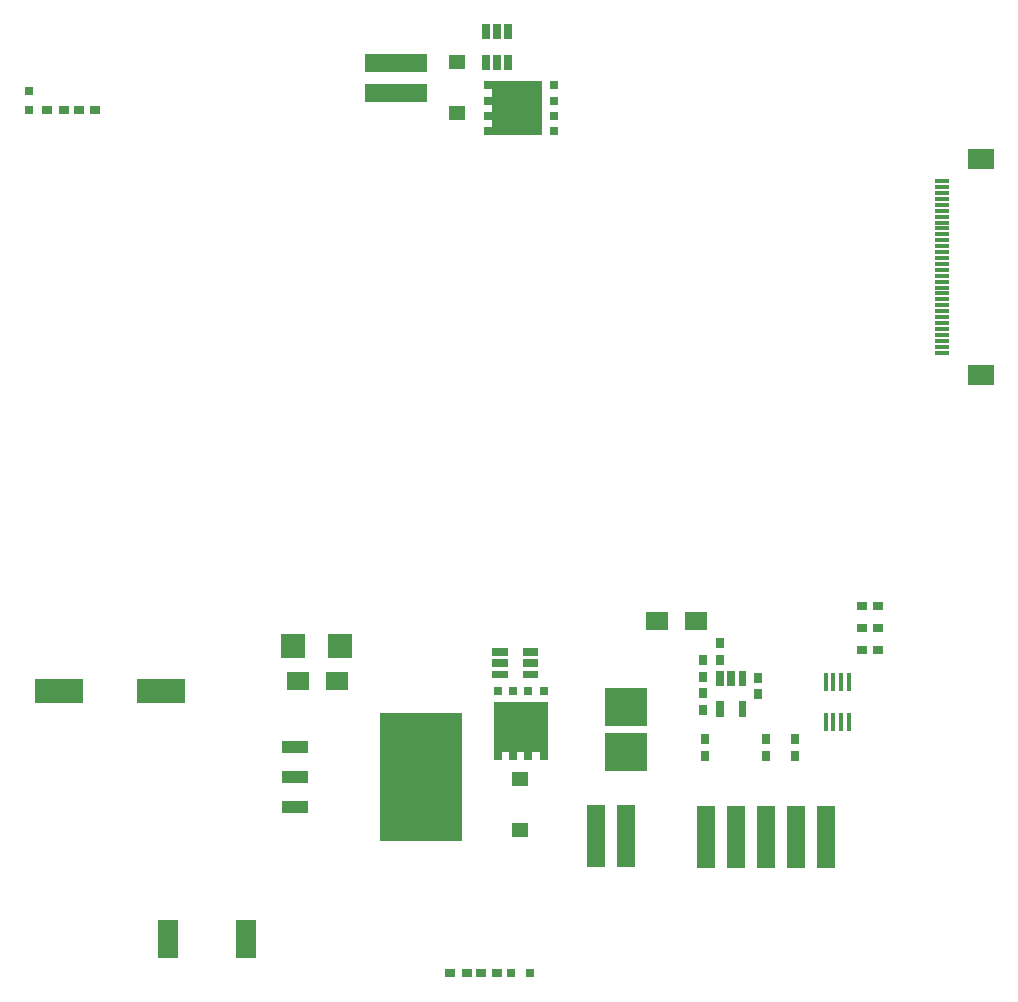
<source format=gbr>
G04 EAGLE Gerber RS-274X export*
G75*
%MOMM*%
%FSLAX34Y34*%
%LPD*%
%INSolderpaste Top*%
%IPPOS*%
%AMOC8*
5,1,8,0,0,1.08239X$1,22.5*%
G01*
%ADD10R,1.778000X3.175000*%
%ADD11R,4.100000X2.000000*%
%ADD12R,1.900000X1.600000*%
%ADD13R,2.000000X2.000000*%
%ADD14R,7.000000X10.800000*%
%ADD15R,2.160000X1.070000*%
%ADD16R,1.650000X5.330000*%
%ADD17R,0.800000X0.900000*%
%ADD18R,0.900000X0.800000*%
%ADD19C,0.050800*%
%ADD20R,3.600000X3.250000*%
%ADD21R,0.650000X0.750000*%
%ADD22R,4.550000X4.300000*%
%ADD23R,0.650000X0.650000*%
%ADD24R,1.470000X1.270000*%
%ADD25R,0.750000X0.650000*%
%ADD26R,4.300000X4.550000*%
%ADD27R,5.330000X1.650000*%
%ADD28R,1.300000X0.300000*%
%ADD29R,2.200000X1.800000*%
%ADD30R,0.300000X1.600000*%
%ADD31R,0.800000X0.800000*%


D10*
X204102Y58020D03*
X138062Y58020D03*
D11*
X45166Y268330D03*
X132166Y268330D03*
D12*
X247590Y276270D03*
X280590Y276270D03*
D13*
X283212Y306384D03*
X243212Y306384D03*
D14*
X351602Y195658D03*
D15*
X244902Y170258D03*
X244902Y221058D03*
X244902Y195658D03*
D16*
X593050Y144750D03*
X618450Y144750D03*
X643850Y144750D03*
X669250Y144750D03*
X694650Y144750D03*
D17*
X592676Y213236D03*
X592676Y227236D03*
X643821Y213236D03*
X643821Y227236D03*
X669058Y213236D03*
X669058Y227236D03*
D18*
X739264Y302512D03*
X725264Y302512D03*
X739010Y339759D03*
X725010Y339759D03*
X739264Y321009D03*
X725264Y321009D03*
D16*
X500058Y145180D03*
X525458Y145180D03*
D19*
X620833Y273214D02*
X620833Y285406D01*
X626675Y285406D01*
X626675Y273214D01*
X620833Y273214D01*
X620833Y273697D02*
X626675Y273697D01*
X626675Y274180D02*
X620833Y274180D01*
X620833Y274663D02*
X626675Y274663D01*
X626675Y275146D02*
X620833Y275146D01*
X620833Y275629D02*
X626675Y275629D01*
X626675Y276112D02*
X620833Y276112D01*
X620833Y276595D02*
X626675Y276595D01*
X626675Y277078D02*
X620833Y277078D01*
X620833Y277561D02*
X626675Y277561D01*
X626675Y278044D02*
X620833Y278044D01*
X620833Y278527D02*
X626675Y278527D01*
X626675Y279010D02*
X620833Y279010D01*
X620833Y279493D02*
X626675Y279493D01*
X626675Y279976D02*
X620833Y279976D01*
X620833Y280459D02*
X626675Y280459D01*
X626675Y280942D02*
X620833Y280942D01*
X620833Y281425D02*
X626675Y281425D01*
X626675Y281908D02*
X620833Y281908D01*
X620833Y282391D02*
X626675Y282391D01*
X626675Y282874D02*
X620833Y282874D01*
X620833Y283357D02*
X626675Y283357D01*
X626675Y283840D02*
X620833Y283840D01*
X620833Y284323D02*
X626675Y284323D01*
X626675Y284806D02*
X620833Y284806D01*
X620833Y285289D02*
X626675Y285289D01*
X611333Y285406D02*
X611333Y273214D01*
X611333Y285406D02*
X617175Y285406D01*
X617175Y273214D01*
X611333Y273214D01*
X611333Y273697D02*
X617175Y273697D01*
X617175Y274180D02*
X611333Y274180D01*
X611333Y274663D02*
X617175Y274663D01*
X617175Y275146D02*
X611333Y275146D01*
X611333Y275629D02*
X617175Y275629D01*
X617175Y276112D02*
X611333Y276112D01*
X611333Y276595D02*
X617175Y276595D01*
X617175Y277078D02*
X611333Y277078D01*
X611333Y277561D02*
X617175Y277561D01*
X617175Y278044D02*
X611333Y278044D01*
X611333Y278527D02*
X617175Y278527D01*
X617175Y279010D02*
X611333Y279010D01*
X611333Y279493D02*
X617175Y279493D01*
X617175Y279976D02*
X611333Y279976D01*
X611333Y280459D02*
X617175Y280459D01*
X617175Y280942D02*
X611333Y280942D01*
X611333Y281425D02*
X617175Y281425D01*
X617175Y281908D02*
X611333Y281908D01*
X611333Y282391D02*
X617175Y282391D01*
X617175Y282874D02*
X611333Y282874D01*
X611333Y283357D02*
X617175Y283357D01*
X617175Y283840D02*
X611333Y283840D01*
X611333Y284323D02*
X617175Y284323D01*
X617175Y284806D02*
X611333Y284806D01*
X611333Y285289D02*
X617175Y285289D01*
X601833Y285406D02*
X601833Y273214D01*
X601833Y285406D02*
X607675Y285406D01*
X607675Y273214D01*
X601833Y273214D01*
X601833Y273697D02*
X607675Y273697D01*
X607675Y274180D02*
X601833Y274180D01*
X601833Y274663D02*
X607675Y274663D01*
X607675Y275146D02*
X601833Y275146D01*
X601833Y275629D02*
X607675Y275629D01*
X607675Y276112D02*
X601833Y276112D01*
X601833Y276595D02*
X607675Y276595D01*
X607675Y277078D02*
X601833Y277078D01*
X601833Y277561D02*
X607675Y277561D01*
X607675Y278044D02*
X601833Y278044D01*
X601833Y278527D02*
X607675Y278527D01*
X607675Y279010D02*
X601833Y279010D01*
X601833Y279493D02*
X607675Y279493D01*
X607675Y279976D02*
X601833Y279976D01*
X601833Y280459D02*
X607675Y280459D01*
X607675Y280942D02*
X601833Y280942D01*
X601833Y281425D02*
X607675Y281425D01*
X607675Y281908D02*
X601833Y281908D01*
X601833Y282391D02*
X607675Y282391D01*
X607675Y282874D02*
X601833Y282874D01*
X601833Y283357D02*
X607675Y283357D01*
X607675Y283840D02*
X601833Y283840D01*
X601833Y284323D02*
X607675Y284323D01*
X607675Y284806D02*
X601833Y284806D01*
X601833Y285289D02*
X607675Y285289D01*
X620833Y259406D02*
X620833Y247214D01*
X620833Y259406D02*
X626675Y259406D01*
X626675Y247214D01*
X620833Y247214D01*
X620833Y247697D02*
X626675Y247697D01*
X626675Y248180D02*
X620833Y248180D01*
X620833Y248663D02*
X626675Y248663D01*
X626675Y249146D02*
X620833Y249146D01*
X620833Y249629D02*
X626675Y249629D01*
X626675Y250112D02*
X620833Y250112D01*
X620833Y250595D02*
X626675Y250595D01*
X626675Y251078D02*
X620833Y251078D01*
X620833Y251561D02*
X626675Y251561D01*
X626675Y252044D02*
X620833Y252044D01*
X620833Y252527D02*
X626675Y252527D01*
X626675Y253010D02*
X620833Y253010D01*
X620833Y253493D02*
X626675Y253493D01*
X626675Y253976D02*
X620833Y253976D01*
X620833Y254459D02*
X626675Y254459D01*
X626675Y254942D02*
X620833Y254942D01*
X620833Y255425D02*
X626675Y255425D01*
X626675Y255908D02*
X620833Y255908D01*
X620833Y256391D02*
X626675Y256391D01*
X626675Y256874D02*
X620833Y256874D01*
X620833Y257357D02*
X626675Y257357D01*
X626675Y257840D02*
X620833Y257840D01*
X620833Y258323D02*
X626675Y258323D01*
X626675Y258806D02*
X620833Y258806D01*
X620833Y259289D02*
X626675Y259289D01*
X601833Y259406D02*
X601833Y247214D01*
X601833Y259406D02*
X607675Y259406D01*
X607675Y247214D01*
X601833Y247214D01*
X601833Y247697D02*
X607675Y247697D01*
X607675Y248180D02*
X601833Y248180D01*
X601833Y248663D02*
X607675Y248663D01*
X607675Y249146D02*
X601833Y249146D01*
X601833Y249629D02*
X607675Y249629D01*
X607675Y250112D02*
X601833Y250112D01*
X601833Y250595D02*
X607675Y250595D01*
X607675Y251078D02*
X601833Y251078D01*
X601833Y251561D02*
X607675Y251561D01*
X607675Y252044D02*
X601833Y252044D01*
X601833Y252527D02*
X607675Y252527D01*
X607675Y253010D02*
X601833Y253010D01*
X601833Y253493D02*
X607675Y253493D01*
X607675Y253976D02*
X601833Y253976D01*
X601833Y254459D02*
X607675Y254459D01*
X607675Y254942D02*
X601833Y254942D01*
X601833Y255425D02*
X607675Y255425D01*
X607675Y255908D02*
X601833Y255908D01*
X601833Y256391D02*
X607675Y256391D01*
X607675Y256874D02*
X601833Y256874D01*
X601833Y257357D02*
X607675Y257357D01*
X607675Y257840D02*
X601833Y257840D01*
X601833Y258323D02*
X607675Y258323D01*
X607675Y258806D02*
X601833Y258806D01*
X601833Y259289D02*
X607675Y259289D01*
D20*
X525494Y254542D03*
X525494Y216042D03*
D17*
X590886Y294138D03*
X590886Y280138D03*
X591140Y266198D03*
X591140Y252198D03*
X604856Y294362D03*
X604856Y308362D03*
X637368Y265152D03*
X637368Y279152D03*
D21*
X455924Y268150D03*
X442924Y268150D03*
X429924Y268150D03*
X416924Y268150D03*
D22*
X436424Y237400D03*
D23*
X416924Y212650D03*
X429924Y212650D03*
X442924Y212650D03*
X455924Y212650D03*
D24*
X435632Y193512D03*
X435632Y150512D03*
D25*
X464336Y741974D03*
X464336Y754974D03*
X464336Y767974D03*
X464336Y780974D03*
D26*
X433586Y761474D03*
D23*
X408836Y780974D03*
X408836Y767974D03*
X408836Y754974D03*
X408836Y741974D03*
D24*
X382796Y757526D03*
X382796Y800526D03*
D27*
X331164Y800092D03*
X331164Y774692D03*
D19*
X409211Y794738D02*
X409211Y806930D01*
X409211Y794738D02*
X403369Y794738D01*
X403369Y806930D01*
X409211Y806930D01*
X409211Y795221D02*
X403369Y795221D01*
X403369Y795704D02*
X409211Y795704D01*
X409211Y796187D02*
X403369Y796187D01*
X403369Y796670D02*
X409211Y796670D01*
X409211Y797153D02*
X403369Y797153D01*
X403369Y797636D02*
X409211Y797636D01*
X409211Y798119D02*
X403369Y798119D01*
X403369Y798602D02*
X409211Y798602D01*
X409211Y799085D02*
X403369Y799085D01*
X403369Y799568D02*
X409211Y799568D01*
X409211Y800051D02*
X403369Y800051D01*
X403369Y800534D02*
X409211Y800534D01*
X409211Y801017D02*
X403369Y801017D01*
X403369Y801500D02*
X409211Y801500D01*
X409211Y801983D02*
X403369Y801983D01*
X403369Y802466D02*
X409211Y802466D01*
X409211Y802949D02*
X403369Y802949D01*
X403369Y803432D02*
X409211Y803432D01*
X409211Y803915D02*
X403369Y803915D01*
X403369Y804398D02*
X409211Y804398D01*
X409211Y804881D02*
X403369Y804881D01*
X403369Y805364D02*
X409211Y805364D01*
X409211Y805847D02*
X403369Y805847D01*
X403369Y806330D02*
X409211Y806330D01*
X409211Y806813D02*
X403369Y806813D01*
X418711Y806930D02*
X418711Y794738D01*
X412869Y794738D01*
X412869Y806930D01*
X418711Y806930D01*
X418711Y795221D02*
X412869Y795221D01*
X412869Y795704D02*
X418711Y795704D01*
X418711Y796187D02*
X412869Y796187D01*
X412869Y796670D02*
X418711Y796670D01*
X418711Y797153D02*
X412869Y797153D01*
X412869Y797636D02*
X418711Y797636D01*
X418711Y798119D02*
X412869Y798119D01*
X412869Y798602D02*
X418711Y798602D01*
X418711Y799085D02*
X412869Y799085D01*
X412869Y799568D02*
X418711Y799568D01*
X418711Y800051D02*
X412869Y800051D01*
X412869Y800534D02*
X418711Y800534D01*
X418711Y801017D02*
X412869Y801017D01*
X412869Y801500D02*
X418711Y801500D01*
X418711Y801983D02*
X412869Y801983D01*
X412869Y802466D02*
X418711Y802466D01*
X418711Y802949D02*
X412869Y802949D01*
X412869Y803432D02*
X418711Y803432D01*
X418711Y803915D02*
X412869Y803915D01*
X412869Y804398D02*
X418711Y804398D01*
X418711Y804881D02*
X412869Y804881D01*
X412869Y805364D02*
X418711Y805364D01*
X418711Y805847D02*
X412869Y805847D01*
X412869Y806330D02*
X418711Y806330D01*
X418711Y806813D02*
X412869Y806813D01*
X428211Y806930D02*
X428211Y794738D01*
X422369Y794738D01*
X422369Y806930D01*
X428211Y806930D01*
X428211Y795221D02*
X422369Y795221D01*
X422369Y795704D02*
X428211Y795704D01*
X428211Y796187D02*
X422369Y796187D01*
X422369Y796670D02*
X428211Y796670D01*
X428211Y797153D02*
X422369Y797153D01*
X422369Y797636D02*
X428211Y797636D01*
X428211Y798119D02*
X422369Y798119D01*
X422369Y798602D02*
X428211Y798602D01*
X428211Y799085D02*
X422369Y799085D01*
X422369Y799568D02*
X428211Y799568D01*
X428211Y800051D02*
X422369Y800051D01*
X422369Y800534D02*
X428211Y800534D01*
X428211Y801017D02*
X422369Y801017D01*
X422369Y801500D02*
X428211Y801500D01*
X428211Y801983D02*
X422369Y801983D01*
X422369Y802466D02*
X428211Y802466D01*
X428211Y802949D02*
X422369Y802949D01*
X422369Y803432D02*
X428211Y803432D01*
X428211Y803915D02*
X422369Y803915D01*
X422369Y804398D02*
X428211Y804398D01*
X428211Y804881D02*
X422369Y804881D01*
X422369Y805364D02*
X428211Y805364D01*
X428211Y805847D02*
X422369Y805847D01*
X422369Y806330D02*
X428211Y806330D01*
X428211Y806813D02*
X422369Y806813D01*
X409211Y820738D02*
X409211Y832930D01*
X409211Y820738D02*
X403369Y820738D01*
X403369Y832930D01*
X409211Y832930D01*
X409211Y821221D02*
X403369Y821221D01*
X403369Y821704D02*
X409211Y821704D01*
X409211Y822187D02*
X403369Y822187D01*
X403369Y822670D02*
X409211Y822670D01*
X409211Y823153D02*
X403369Y823153D01*
X403369Y823636D02*
X409211Y823636D01*
X409211Y824119D02*
X403369Y824119D01*
X403369Y824602D02*
X409211Y824602D01*
X409211Y825085D02*
X403369Y825085D01*
X403369Y825568D02*
X409211Y825568D01*
X409211Y826051D02*
X403369Y826051D01*
X403369Y826534D02*
X409211Y826534D01*
X409211Y827017D02*
X403369Y827017D01*
X403369Y827500D02*
X409211Y827500D01*
X409211Y827983D02*
X403369Y827983D01*
X403369Y828466D02*
X409211Y828466D01*
X409211Y828949D02*
X403369Y828949D01*
X403369Y829432D02*
X409211Y829432D01*
X409211Y829915D02*
X403369Y829915D01*
X403369Y830398D02*
X409211Y830398D01*
X409211Y830881D02*
X403369Y830881D01*
X403369Y831364D02*
X409211Y831364D01*
X409211Y831847D02*
X403369Y831847D01*
X403369Y832330D02*
X409211Y832330D01*
X409211Y832813D02*
X403369Y832813D01*
X428211Y832930D02*
X428211Y820738D01*
X422369Y820738D01*
X422369Y832930D01*
X428211Y832930D01*
X428211Y821221D02*
X422369Y821221D01*
X422369Y821704D02*
X428211Y821704D01*
X428211Y822187D02*
X422369Y822187D01*
X422369Y822670D02*
X428211Y822670D01*
X428211Y823153D02*
X422369Y823153D01*
X422369Y823636D02*
X428211Y823636D01*
X428211Y824119D02*
X422369Y824119D01*
X422369Y824602D02*
X428211Y824602D01*
X428211Y825085D02*
X422369Y825085D01*
X422369Y825568D02*
X428211Y825568D01*
X428211Y826051D02*
X422369Y826051D01*
X422369Y826534D02*
X428211Y826534D01*
X428211Y827017D02*
X422369Y827017D01*
X422369Y827500D02*
X428211Y827500D01*
X428211Y827983D02*
X422369Y827983D01*
X422369Y828466D02*
X428211Y828466D01*
X428211Y828949D02*
X422369Y828949D01*
X422369Y829432D02*
X428211Y829432D01*
X428211Y829915D02*
X422369Y829915D01*
X422369Y830398D02*
X428211Y830398D01*
X428211Y830881D02*
X422369Y830881D01*
X422369Y831364D02*
X428211Y831364D01*
X428211Y831847D02*
X422369Y831847D01*
X422369Y832330D02*
X428211Y832330D01*
X428211Y832813D02*
X422369Y832813D01*
X418711Y832930D02*
X418711Y820738D01*
X412869Y820738D01*
X412869Y832930D01*
X418711Y832930D01*
X418711Y821221D02*
X412869Y821221D01*
X412869Y821704D02*
X418711Y821704D01*
X418711Y822187D02*
X412869Y822187D01*
X412869Y822670D02*
X418711Y822670D01*
X418711Y823153D02*
X412869Y823153D01*
X412869Y823636D02*
X418711Y823636D01*
X418711Y824119D02*
X412869Y824119D01*
X412869Y824602D02*
X418711Y824602D01*
X418711Y825085D02*
X412869Y825085D01*
X412869Y825568D02*
X418711Y825568D01*
X418711Y826051D02*
X412869Y826051D01*
X412869Y826534D02*
X418711Y826534D01*
X418711Y827017D02*
X412869Y827017D01*
X412869Y827500D02*
X418711Y827500D01*
X418711Y827983D02*
X412869Y827983D01*
X412869Y828466D02*
X418711Y828466D01*
X418711Y828949D02*
X412869Y828949D01*
X412869Y829432D02*
X418711Y829432D01*
X418711Y829915D02*
X412869Y829915D01*
X412869Y830398D02*
X418711Y830398D01*
X418711Y830881D02*
X412869Y830881D01*
X412869Y831364D02*
X418711Y831364D01*
X418711Y831847D02*
X412869Y831847D01*
X412869Y832330D02*
X418711Y832330D01*
X418711Y832813D02*
X412869Y832813D01*
X412270Y298535D02*
X424462Y298535D01*
X412270Y298535D02*
X412270Y304377D01*
X424462Y304377D01*
X424462Y298535D01*
X424462Y299018D02*
X412270Y299018D01*
X412270Y299501D02*
X424462Y299501D01*
X424462Y299984D02*
X412270Y299984D01*
X412270Y300467D02*
X424462Y300467D01*
X424462Y300950D02*
X412270Y300950D01*
X412270Y301433D02*
X424462Y301433D01*
X424462Y301916D02*
X412270Y301916D01*
X412270Y302399D02*
X424462Y302399D01*
X424462Y302882D02*
X412270Y302882D01*
X412270Y303365D02*
X424462Y303365D01*
X424462Y303848D02*
X412270Y303848D01*
X412270Y304331D02*
X424462Y304331D01*
X424462Y289035D02*
X412270Y289035D01*
X412270Y294877D01*
X424462Y294877D01*
X424462Y289035D01*
X424462Y289518D02*
X412270Y289518D01*
X412270Y290001D02*
X424462Y290001D01*
X424462Y290484D02*
X412270Y290484D01*
X412270Y290967D02*
X424462Y290967D01*
X424462Y291450D02*
X412270Y291450D01*
X412270Y291933D02*
X424462Y291933D01*
X424462Y292416D02*
X412270Y292416D01*
X412270Y292899D02*
X424462Y292899D01*
X424462Y293382D02*
X412270Y293382D01*
X412270Y293865D02*
X424462Y293865D01*
X424462Y294348D02*
X412270Y294348D01*
X412270Y294831D02*
X424462Y294831D01*
X424462Y279535D02*
X412270Y279535D01*
X412270Y285377D01*
X424462Y285377D01*
X424462Y279535D01*
X424462Y280018D02*
X412270Y280018D01*
X412270Y280501D02*
X424462Y280501D01*
X424462Y280984D02*
X412270Y280984D01*
X412270Y281467D02*
X424462Y281467D01*
X424462Y281950D02*
X412270Y281950D01*
X412270Y282433D02*
X424462Y282433D01*
X424462Y282916D02*
X412270Y282916D01*
X412270Y283399D02*
X424462Y283399D01*
X424462Y283882D02*
X412270Y283882D01*
X412270Y284365D02*
X424462Y284365D01*
X424462Y284848D02*
X412270Y284848D01*
X412270Y285331D02*
X424462Y285331D01*
X438270Y298535D02*
X450462Y298535D01*
X438270Y298535D02*
X438270Y304377D01*
X450462Y304377D01*
X450462Y298535D01*
X450462Y299018D02*
X438270Y299018D01*
X438270Y299501D02*
X450462Y299501D01*
X450462Y299984D02*
X438270Y299984D01*
X438270Y300467D02*
X450462Y300467D01*
X450462Y300950D02*
X438270Y300950D01*
X438270Y301433D02*
X450462Y301433D01*
X450462Y301916D02*
X438270Y301916D01*
X438270Y302399D02*
X450462Y302399D01*
X450462Y302882D02*
X438270Y302882D01*
X438270Y303365D02*
X450462Y303365D01*
X450462Y303848D02*
X438270Y303848D01*
X438270Y304331D02*
X450462Y304331D01*
X450462Y279535D02*
X438270Y279535D01*
X438270Y285377D01*
X450462Y285377D01*
X450462Y279535D01*
X450462Y280018D02*
X438270Y280018D01*
X438270Y280501D02*
X450462Y280501D01*
X450462Y280984D02*
X438270Y280984D01*
X438270Y281467D02*
X450462Y281467D01*
X450462Y281950D02*
X438270Y281950D01*
X438270Y282433D02*
X450462Y282433D01*
X450462Y282916D02*
X438270Y282916D01*
X438270Y283399D02*
X450462Y283399D01*
X450462Y283882D02*
X438270Y283882D01*
X438270Y284365D02*
X450462Y284365D01*
X450462Y284848D02*
X438270Y284848D01*
X438270Y285331D02*
X450462Y285331D01*
X450462Y289035D02*
X438270Y289035D01*
X438270Y294877D01*
X450462Y294877D01*
X450462Y289035D01*
X450462Y289518D02*
X438270Y289518D01*
X438270Y290001D02*
X450462Y290001D01*
X450462Y290484D02*
X438270Y290484D01*
X438270Y290967D02*
X450462Y290967D01*
X450462Y291450D02*
X438270Y291450D01*
X438270Y291933D02*
X450462Y291933D01*
X450462Y292416D02*
X438270Y292416D01*
X438270Y292899D02*
X450462Y292899D01*
X450462Y293382D02*
X438270Y293382D01*
X438270Y293865D02*
X450462Y293865D01*
X450462Y294348D02*
X438270Y294348D01*
X438270Y294831D02*
X450462Y294831D01*
D12*
X584884Y327660D03*
X551884Y327660D03*
D28*
X793450Y554650D03*
X793450Y559650D03*
X793450Y564650D03*
X793450Y569650D03*
X793450Y574650D03*
X793450Y579650D03*
X793450Y584650D03*
X793450Y589650D03*
X793450Y594650D03*
X793450Y599650D03*
X793450Y604650D03*
X793450Y609650D03*
X793450Y614650D03*
X793450Y619650D03*
X793450Y624650D03*
X793450Y629650D03*
X793450Y634650D03*
X793450Y639650D03*
X793450Y644650D03*
X793450Y649650D03*
X793450Y654650D03*
X793450Y659650D03*
X793450Y664650D03*
X793450Y669650D03*
X793450Y674650D03*
X793450Y679650D03*
X793450Y684650D03*
X793450Y689650D03*
X793450Y694650D03*
X793450Y699650D03*
D29*
X825950Y718650D03*
X825950Y535650D03*
D30*
X707592Y275572D03*
X701092Y275572D03*
X694592Y275572D03*
X714092Y275572D03*
X714092Y241572D03*
X707592Y241572D03*
X701092Y241572D03*
X694592Y241572D03*
D18*
X49418Y760349D03*
X35418Y760349D03*
X402448Y28956D03*
X416448Y28956D03*
D31*
X444118Y28956D03*
X428118Y28956D03*
X20066Y776350D03*
X20066Y760350D03*
D18*
X376794Y28956D03*
X390794Y28956D03*
X76342Y760349D03*
X62342Y760349D03*
M02*

</source>
